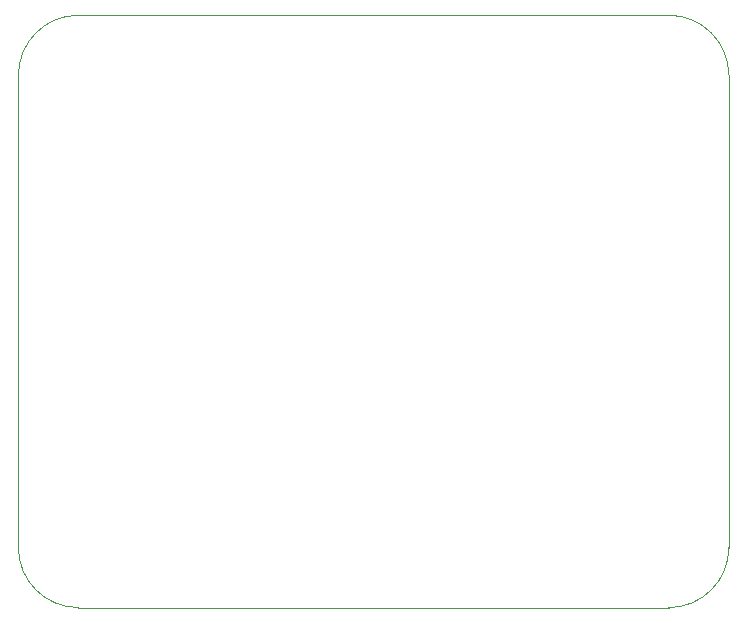
<source format=gbr>
%TF.GenerationSoftware,KiCad,Pcbnew,(6.0.9)*%
%TF.CreationDate,2022-11-19T08:59:55-07:00*%
%TF.ProjectId,AQM,41514d2e-6b69-4636-9164-5f7063625858,rev?*%
%TF.SameCoordinates,Original*%
%TF.FileFunction,Profile,NP*%
%FSLAX46Y46*%
G04 Gerber Fmt 4.6, Leading zero omitted, Abs format (unit mm)*
G04 Created by KiCad (PCBNEW (6.0.9)) date 2022-11-19 08:59:55*
%MOMM*%
%LPD*%
G01*
G04 APERTURE LIST*
%TA.AperFunction,Profile*%
%ADD10C,0.100000*%
%TD*%
G04 APERTURE END LIST*
D10*
X145000000Y-90075000D02*
X95000000Y-90075000D01*
X145000000Y-90075000D02*
G75*
G03*
X150075000Y-85000000I0J5075000D01*
G01*
X89925000Y-85000000D02*
G75*
G03*
X95000000Y-90075000I5075000J0D01*
G01*
X89925000Y-85000000D02*
X89925000Y-45000000D01*
X150075000Y-45000000D02*
X150075000Y-85000000D01*
X95000000Y-39925000D02*
G75*
G03*
X89925000Y-45000000I0J-5075000D01*
G01*
X95000000Y-39925000D02*
X145000000Y-39925000D01*
X150075000Y-45000000D02*
G75*
G03*
X145000000Y-39925000I-5075000J0D01*
G01*
M02*

</source>
